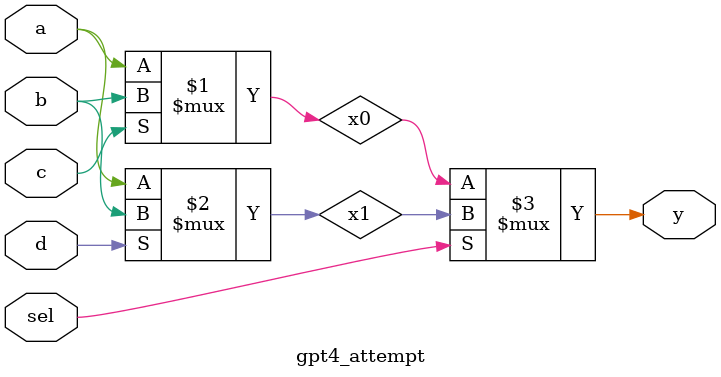
<source format=v>
module gpt4_attempt(
    input wire sel,
    input wire a,
    input wire b,
    input wire c,
    input wire d,
    output wire y
);
    // Use assign statements to directly implement the multiplexer functionality
    wire x0 = c ? b : a;  // Replacing mux0
    wire x1 = d ? b : a;  // Replacing mux1
    assign y = sel ? x1 : x0;  // Replacing mux2 with direct assignment
endmodule

</source>
